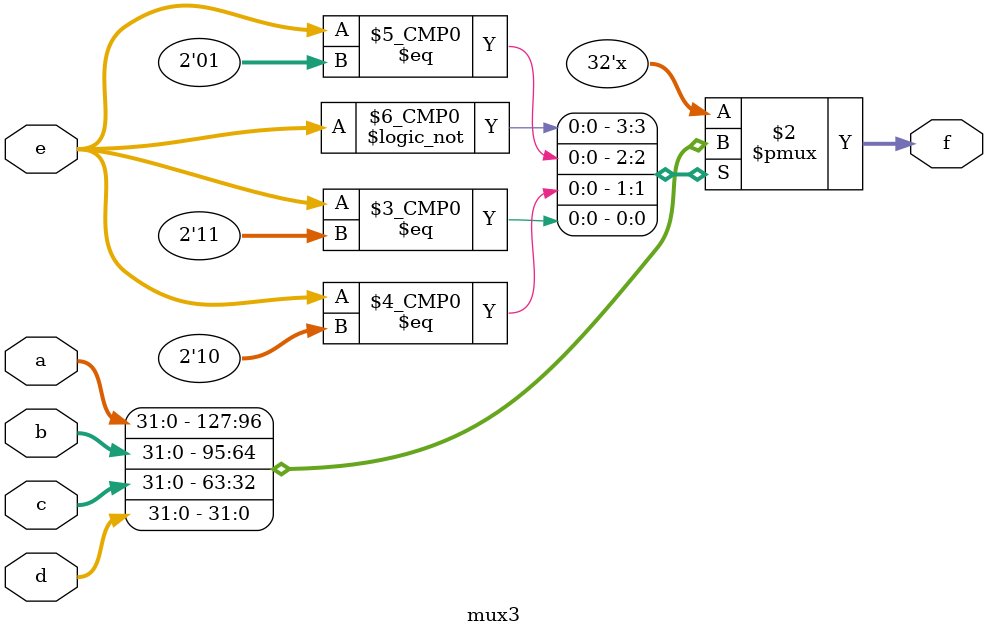
<source format=sv>
`timescale 1ns / 1ps


module mux3(
    input [31:0]a, b, c, d,
    input [1:0]e,
    output logic [31:0]f
    );
    always@(*)
    begin
        case(e)
            2'b00: f <= a;
            2'b01: f <= b;
            2'b10: f <= c;
            2'b11: f <= d;
        endcase
    end
endmodule

</source>
